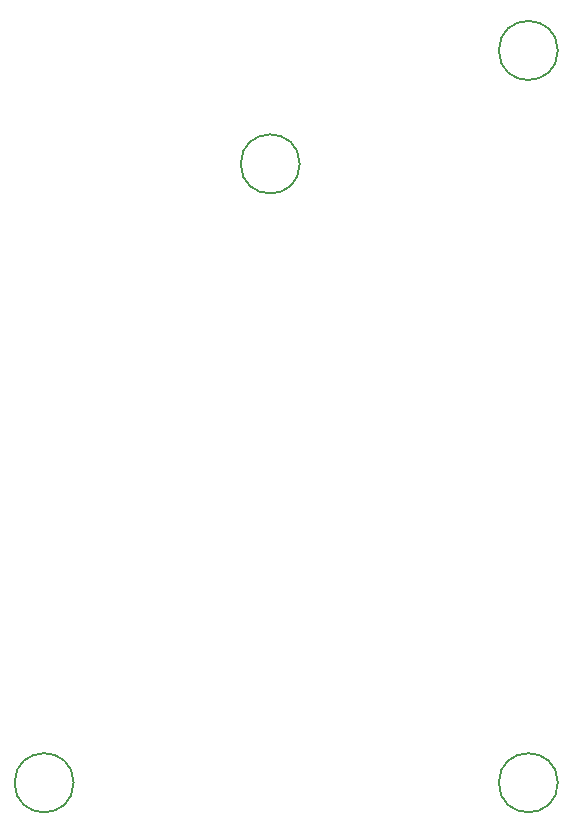
<source format=gbr>
%TF.GenerationSoftware,KiCad,Pcbnew,(6.0.9)*%
%TF.CreationDate,2023-01-21T09:36:01-09:00*%
%TF.ProjectId,CONTROLLER_Throttle,434f4e54-524f-44c4-9c45-525f5468726f,rev?*%
%TF.SameCoordinates,Original*%
%TF.FileFunction,Other,Comment*%
%FSLAX46Y46*%
G04 Gerber Fmt 4.6, Leading zero omitted, Abs format (unit mm)*
G04 Created by KiCad (PCBNEW (6.0.9)) date 2023-01-21 09:36:01*
%MOMM*%
%LPD*%
G01*
G04 APERTURE LIST*
%ADD10C,0.150000*%
G04 APERTURE END LIST*
D10*
%TO.C,H4*%
X24648000Y-12604000D02*
G75*
G03*
X24648000Y-12604000I-2500000J0D01*
G01*
%TO.C,H3*%
X5500000Y-65000000D02*
G75*
G03*
X5500000Y-65000000I-2500000J0D01*
G01*
%TO.C,H2*%
X46500000Y-3000000D02*
G75*
G03*
X46500000Y-3000000I-2500000J0D01*
G01*
%TO.C,H1*%
X46500000Y-65000000D02*
G75*
G03*
X46500000Y-65000000I-2500000J0D01*
G01*
%TD*%
M02*

</source>
